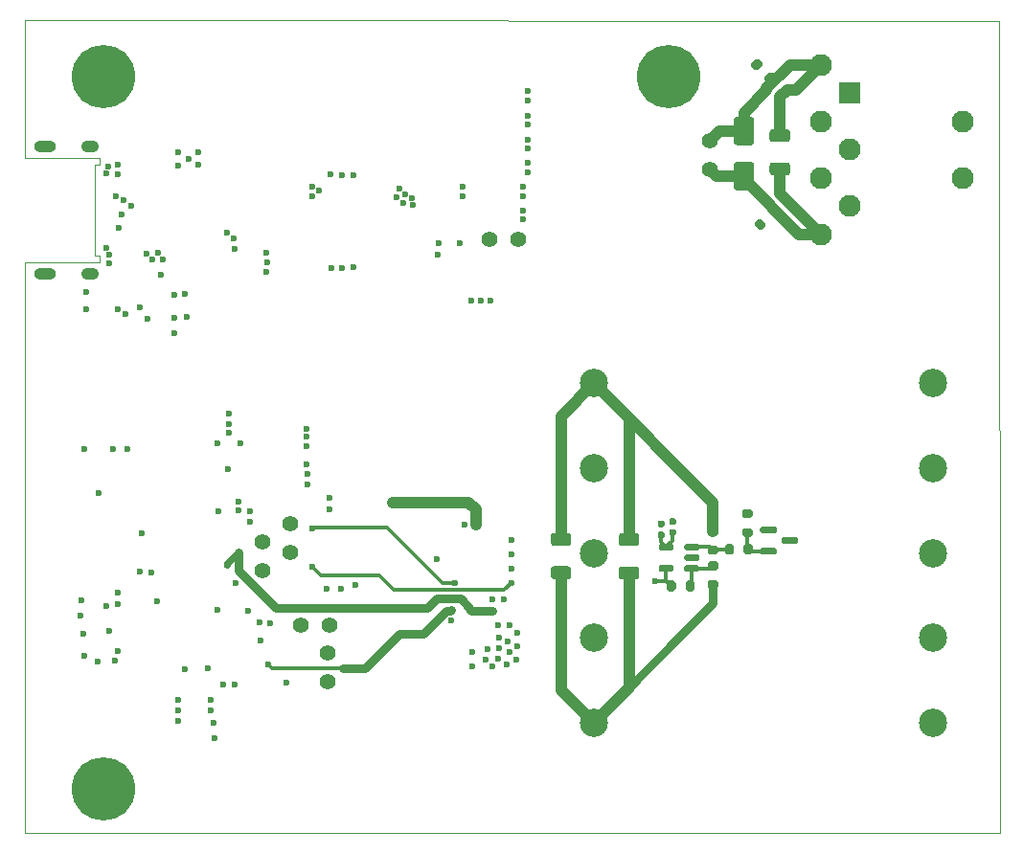
<source format=gbl>
G04 #@! TF.GenerationSoftware,KiCad,Pcbnew,9.0.1+1*
G04 #@! TF.CreationDate,2025-10-07T10:17:34+00:00*
G04 #@! TF.ProjectId,c64psu,63363470-7375-42e6-9b69-6361645f7063,rev?*
G04 #@! TF.SameCoordinates,Original*
G04 #@! TF.FileFunction,Copper,L4,Bot*
G04 #@! TF.FilePolarity,Positive*
%FSLAX46Y46*%
G04 Gerber Fmt 4.6, Leading zero omitted, Abs format (unit mm)*
G04 Created by KiCad (PCBNEW 9.0.1+1) date 2025-10-07 10:17:34*
%MOMM*%
%LPD*%
G01*
G04 APERTURE LIST*
G04 #@! TA.AperFunction,Profile*
%ADD10C,0.050000*%
G04 #@! TD*
G04 #@! TA.AperFunction,ComponentPad*
%ADD11C,2.500000*%
G04 #@! TD*
G04 #@! TA.AperFunction,ComponentPad*
%ADD12C,1.400000*%
G04 #@! TD*
G04 #@! TA.AperFunction,ComponentPad*
%ADD13C,3.600000*%
G04 #@! TD*
G04 #@! TA.AperFunction,ConnectorPad*
%ADD14C,5.600000*%
G04 #@! TD*
G04 #@! TA.AperFunction,ComponentPad*
%ADD15O,1.550000X1.050000*%
G04 #@! TD*
G04 #@! TA.AperFunction,ComponentPad*
%ADD16O,1.950000X1.050000*%
G04 #@! TD*
G04 #@! TA.AperFunction,ComponentPad*
%ADD17C,1.950000*%
G04 #@! TD*
G04 #@! TA.AperFunction,ComponentPad*
%ADD18R,1.950000X1.950000*%
G04 #@! TD*
G04 #@! TA.AperFunction,ViaPad*
%ADD19C,0.600000*%
G04 #@! TD*
G04 #@! TA.AperFunction,Conductor*
%ADD20C,1.000000*%
G04 #@! TD*
G04 #@! TA.AperFunction,Conductor*
%ADD21C,0.300000*%
G04 #@! TD*
G04 #@! TA.AperFunction,Conductor*
%ADD22C,0.800000*%
G04 #@! TD*
G04 #@! TA.AperFunction,Conductor*
%ADD23C,0.600000*%
G04 #@! TD*
G04 #@! TA.AperFunction,Conductor*
%ADD24C,0.400000*%
G04 #@! TD*
G04 APERTURE END LIST*
D10*
X219224551Y-37033468D02*
X219250062Y-108900624D01*
X133100087Y-108875624D01*
X133075074Y-58400000D01*
X139675000Y-58400000D01*
X139675000Y-57800000D01*
X139250000Y-57800000D01*
X139250000Y-49750000D01*
X139700000Y-49750000D01*
X139700000Y-49150000D01*
X133075000Y-49150000D01*
X133075000Y-37008468D01*
X219224551Y-37033468D01*
D11*
X183370000Y-69110000D03*
X183370000Y-76610000D03*
X183370000Y-84110000D03*
X183370000Y-91610000D03*
X183370000Y-99110000D03*
X213370000Y-69110000D03*
X213370000Y-76610000D03*
X213370000Y-84110000D03*
X213370000Y-91610000D03*
X213370000Y-99110000D03*
D12*
X157500000Y-90520000D03*
X160040000Y-90520000D03*
X159870000Y-92960001D03*
X159870000Y-95500001D03*
D13*
X190000000Y-42000000D03*
D14*
X190000000Y-42000000D03*
D12*
X156510000Y-84019999D03*
X156510000Y-81479999D03*
D15*
X138850000Y-48155000D03*
X138850000Y-59395000D03*
D16*
X134850000Y-48155000D03*
X134850000Y-59395000D03*
D12*
X154120000Y-83130000D03*
X154120000Y-85670000D03*
D13*
X140000000Y-105000000D03*
D14*
X140000000Y-105000000D03*
D12*
X174170300Y-56365150D03*
X176710300Y-56365150D03*
D17*
X215980000Y-50940000D03*
X215980000Y-45940000D03*
D18*
X205980000Y-43440000D03*
D17*
X205980000Y-48440000D03*
X205980000Y-53440000D03*
X203480000Y-45940000D03*
X203480000Y-50940000D03*
X203480000Y-40940000D03*
X203480000Y-55940000D03*
D12*
X193598800Y-50170399D03*
X193598800Y-47630399D03*
D13*
X140000000Y-42000000D03*
D14*
X140000000Y-42000000D03*
G04 #@! TA.AperFunction,SMDPad,CuDef*
G36*
G01*
X197296800Y-52036802D02*
X195996800Y-52036802D01*
G75*
G02*
X195746800Y-51786802I0J250000D01*
G01*
X195746800Y-49786802D01*
G75*
G02*
X195996800Y-49536802I250000J0D01*
G01*
X197296800Y-49536802D01*
G75*
G02*
X197546800Y-49786802I0J-250000D01*
G01*
X197546800Y-51786802D01*
G75*
G02*
X197296800Y-52036802I-250000J0D01*
G01*
G37*
G04 #@! TD.AperFunction*
G04 #@! TA.AperFunction,SMDPad,CuDef*
G36*
G01*
X197296800Y-48036800D02*
X195996800Y-48036800D01*
G75*
G02*
X195746800Y-47786800I0J250000D01*
G01*
X195746800Y-45786800D01*
G75*
G02*
X195996800Y-45536800I250000J0D01*
G01*
X197296800Y-45536800D01*
G75*
G02*
X197546800Y-45786800I0J-250000D01*
G01*
X197546800Y-47786800D01*
G75*
G02*
X197296800Y-48036800I-250000J0D01*
G01*
G37*
G04 #@! TD.AperFunction*
G04 #@! TA.AperFunction,SMDPad,CuDef*
G36*
G01*
X193628600Y-84830200D02*
X194178600Y-84830200D01*
G75*
G02*
X194378600Y-85030200I0J-200000D01*
G01*
X194378600Y-85430200D01*
G75*
G02*
X194178600Y-85630200I-200000J0D01*
G01*
X193628600Y-85630200D01*
G75*
G02*
X193428600Y-85430200I0J200000D01*
G01*
X193428600Y-85030200D01*
G75*
G02*
X193628600Y-84830200I200000J0D01*
G01*
G37*
G04 #@! TD.AperFunction*
G04 #@! TA.AperFunction,SMDPad,CuDef*
G36*
G01*
X193628600Y-86480200D02*
X194178600Y-86480200D01*
G75*
G02*
X194378600Y-86680200I0J-200000D01*
G01*
X194378600Y-87080200D01*
G75*
G02*
X194178600Y-87280200I-200000J0D01*
G01*
X193628600Y-87280200D01*
G75*
G02*
X193428600Y-87080200I0J200000D01*
G01*
X193428600Y-86680200D01*
G75*
G02*
X193628600Y-86480200I200000J0D01*
G01*
G37*
G04 #@! TD.AperFunction*
G04 #@! TA.AperFunction,SMDPad,CuDef*
G36*
G01*
X192706400Y-83431201D02*
X192706400Y-83731201D01*
G75*
G02*
X192556400Y-83881201I-150000J0D01*
G01*
X191531400Y-83881201D01*
G75*
G02*
X191381400Y-83731201I0J150000D01*
G01*
X191381400Y-83431201D01*
G75*
G02*
X191531400Y-83281201I150000J0D01*
G01*
X192556400Y-83281201D01*
G75*
G02*
X192706400Y-83431201I0J-150000D01*
G01*
G37*
G04 #@! TD.AperFunction*
G04 #@! TA.AperFunction,SMDPad,CuDef*
G36*
G01*
X192706400Y-84381200D02*
X192706400Y-84681200D01*
G75*
G02*
X192556400Y-84831200I-150000J0D01*
G01*
X191531400Y-84831200D01*
G75*
G02*
X191381400Y-84681200I0J150000D01*
G01*
X191381400Y-84381200D01*
G75*
G02*
X191531400Y-84231200I150000J0D01*
G01*
X192556400Y-84231200D01*
G75*
G02*
X192706400Y-84381200I0J-150000D01*
G01*
G37*
G04 #@! TD.AperFunction*
G04 #@! TA.AperFunction,SMDPad,CuDef*
G36*
G01*
X192706400Y-85331199D02*
X192706400Y-85631199D01*
G75*
G02*
X192556400Y-85781199I-150000J0D01*
G01*
X191531400Y-85781199D01*
G75*
G02*
X191381400Y-85631199I0J150000D01*
G01*
X191381400Y-85331199D01*
G75*
G02*
X191531400Y-85181199I150000J0D01*
G01*
X192556400Y-85181199D01*
G75*
G02*
X192706400Y-85331199I0J-150000D01*
G01*
G37*
G04 #@! TD.AperFunction*
G04 #@! TA.AperFunction,SMDPad,CuDef*
G36*
G01*
X190431400Y-85331199D02*
X190431400Y-85631199D01*
G75*
G02*
X190281400Y-85781199I-150000J0D01*
G01*
X189256400Y-85781199D01*
G75*
G02*
X189106400Y-85631199I0J150000D01*
G01*
X189106400Y-85331199D01*
G75*
G02*
X189256400Y-85181199I150000J0D01*
G01*
X190281400Y-85181199D01*
G75*
G02*
X190431400Y-85331199I0J-150000D01*
G01*
G37*
G04 #@! TD.AperFunction*
G04 #@! TA.AperFunction,SMDPad,CuDef*
G36*
G01*
X190431400Y-83431201D02*
X190431400Y-83731201D01*
G75*
G02*
X190281400Y-83881201I-150000J0D01*
G01*
X189256400Y-83881201D01*
G75*
G02*
X189106400Y-83731201I0J150000D01*
G01*
X189106400Y-83431201D01*
G75*
G02*
X189256400Y-83281201I150000J0D01*
G01*
X190281400Y-83281201D01*
G75*
G02*
X190431400Y-83431201I0J-150000D01*
G01*
G37*
G04 #@! TD.AperFunction*
G04 #@! TA.AperFunction,SMDPad,CuDef*
G36*
G01*
X179830000Y-82329999D02*
X181130000Y-82329999D01*
G75*
G02*
X181380000Y-82579999I0J-250000D01*
G01*
X181380000Y-83229999D01*
G75*
G02*
X181130000Y-83479999I-250000J0D01*
G01*
X179830000Y-83479999D01*
G75*
G02*
X179580000Y-83229999I0J250000D01*
G01*
X179580000Y-82579999D01*
G75*
G02*
X179830000Y-82329999I250000J0D01*
G01*
G37*
G04 #@! TD.AperFunction*
G04 #@! TA.AperFunction,SMDPad,CuDef*
G36*
G01*
X179830000Y-85280001D02*
X181130000Y-85280001D01*
G75*
G02*
X181380000Y-85530001I0J-250000D01*
G01*
X181380000Y-86180001D01*
G75*
G02*
X181130000Y-86430001I-250000J0D01*
G01*
X179830000Y-86430001D01*
G75*
G02*
X179580000Y-86180001I0J250000D01*
G01*
X179580000Y-85530001D01*
G75*
G02*
X179830000Y-85280001I250000J0D01*
G01*
G37*
G04 #@! TD.AperFunction*
G04 #@! TA.AperFunction,SMDPad,CuDef*
G36*
G01*
X192283800Y-86745400D02*
X192283800Y-87295400D01*
G75*
G02*
X192083800Y-87495400I-200000J0D01*
G01*
X191683800Y-87495400D01*
G75*
G02*
X191483800Y-87295400I0J200000D01*
G01*
X191483800Y-86745400D01*
G75*
G02*
X191683800Y-86545400I200000J0D01*
G01*
X192083800Y-86545400D01*
G75*
G02*
X192283800Y-86745400I0J-200000D01*
G01*
G37*
G04 #@! TD.AperFunction*
G04 #@! TA.AperFunction,SMDPad,CuDef*
G36*
G01*
X190633800Y-86745400D02*
X190633800Y-87295400D01*
G75*
G02*
X190433800Y-87495400I-200000J0D01*
G01*
X190033800Y-87495400D01*
G75*
G02*
X189833800Y-87295400I0J200000D01*
G01*
X189833800Y-86745400D01*
G75*
G02*
X190033800Y-86545400I200000J0D01*
G01*
X190433800Y-86545400D01*
G75*
G02*
X190633800Y-86745400I0J-200000D01*
G01*
G37*
G04 #@! TD.AperFunction*
G04 #@! TA.AperFunction,SMDPad,CuDef*
G36*
G01*
X197226600Y-82696000D02*
X196676600Y-82696000D01*
G75*
G02*
X196476600Y-82496000I0J200000D01*
G01*
X196476600Y-82096000D01*
G75*
G02*
X196676600Y-81896000I200000J0D01*
G01*
X197226600Y-81896000D01*
G75*
G02*
X197426600Y-82096000I0J-200000D01*
G01*
X197426600Y-82496000D01*
G75*
G02*
X197226600Y-82696000I-200000J0D01*
G01*
G37*
G04 #@! TD.AperFunction*
G04 #@! TA.AperFunction,SMDPad,CuDef*
G36*
G01*
X197226600Y-81046000D02*
X196676600Y-81046000D01*
G75*
G02*
X196476600Y-80846000I0J200000D01*
G01*
X196476600Y-80446000D01*
G75*
G02*
X196676600Y-80246000I200000J0D01*
G01*
X197226600Y-80246000D01*
G75*
G02*
X197426600Y-80446000I0J-200000D01*
G01*
X197426600Y-80846000D01*
G75*
G02*
X197226600Y-81046000I-200000J0D01*
G01*
G37*
G04 #@! TD.AperFunction*
G04 #@! TA.AperFunction,SMDPad,CuDef*
G36*
G01*
X199350551Y-53396940D02*
X199739460Y-53785849D01*
G75*
G02*
X199739460Y-54068691I-141421J-141421D01*
G01*
X199456617Y-54351534D01*
G75*
G02*
X199173775Y-54351534I-141421J141421D01*
G01*
X198784866Y-53962625D01*
G75*
G02*
X198784866Y-53679783I141421J141421D01*
G01*
X199067709Y-53396940D01*
G75*
G02*
X199350551Y-53396940I141421J-141421D01*
G01*
G37*
G04 #@! TD.AperFunction*
G04 #@! TA.AperFunction,SMDPad,CuDef*
G36*
G01*
X198183825Y-54563666D02*
X198572734Y-54952575D01*
G75*
G02*
X198572734Y-55235417I-141421J-141421D01*
G01*
X198289891Y-55518260D01*
G75*
G02*
X198007049Y-55518260I-141421J141421D01*
G01*
X197618140Y-55129351D01*
G75*
G02*
X197618140Y-54846509I141421J141421D01*
G01*
X197900983Y-54563666D01*
G75*
G02*
X198183825Y-54563666I141421J-141421D01*
G01*
G37*
G04 #@! TD.AperFunction*
G04 #@! TA.AperFunction,SMDPad,CuDef*
G36*
G01*
X199170000Y-46619999D02*
X200470000Y-46619999D01*
G75*
G02*
X200720000Y-46869999I0J-250000D01*
G01*
X200720000Y-47519999D01*
G75*
G02*
X200470000Y-47769999I-250000J0D01*
G01*
X199170000Y-47769999D01*
G75*
G02*
X198920000Y-47519999I0J250000D01*
G01*
X198920000Y-46869999D01*
G75*
G02*
X199170000Y-46619999I250000J0D01*
G01*
G37*
G04 #@! TD.AperFunction*
G04 #@! TA.AperFunction,SMDPad,CuDef*
G36*
G01*
X199170000Y-49570001D02*
X200470000Y-49570001D01*
G75*
G02*
X200720000Y-49820001I0J-250000D01*
G01*
X200720000Y-50470001D01*
G75*
G02*
X200470000Y-50720001I-250000J0D01*
G01*
X199170000Y-50720001D01*
G75*
G02*
X198920000Y-50470001I0J250000D01*
G01*
X198920000Y-49820001D01*
G75*
G02*
X199170000Y-49570001I250000J0D01*
G01*
G37*
G04 #@! TD.AperFunction*
G04 #@! TA.AperFunction,SMDPad,CuDef*
G36*
G01*
X194964600Y-84044200D02*
X194964600Y-83494200D01*
G75*
G02*
X195164600Y-83294200I200000J0D01*
G01*
X195564600Y-83294200D01*
G75*
G02*
X195764600Y-83494200I0J-200000D01*
G01*
X195764600Y-84044200D01*
G75*
G02*
X195564600Y-84244200I-200000J0D01*
G01*
X195164600Y-84244200D01*
G75*
G02*
X194964600Y-84044200I0J200000D01*
G01*
G37*
G04 #@! TD.AperFunction*
G04 #@! TA.AperFunction,SMDPad,CuDef*
G36*
G01*
X196614600Y-84044200D02*
X196614600Y-83494200D01*
G75*
G02*
X196814600Y-83294200I200000J0D01*
G01*
X197214600Y-83294200D01*
G75*
G02*
X197414600Y-83494200I0J-200000D01*
G01*
X197414600Y-84044200D01*
G75*
G02*
X197214600Y-84244200I-200000J0D01*
G01*
X196814600Y-84244200D01*
G75*
G02*
X196614600Y-84044200I0J200000D01*
G01*
G37*
G04 #@! TD.AperFunction*
G04 #@! TA.AperFunction,SMDPad,CuDef*
G36*
G01*
X189161600Y-81259200D02*
X189501600Y-81259200D01*
G75*
G02*
X189641600Y-81399200I0J-140000D01*
G01*
X189641600Y-81679200D01*
G75*
G02*
X189501600Y-81819200I-140000J0D01*
G01*
X189161600Y-81819200D01*
G75*
G02*
X189021600Y-81679200I0J140000D01*
G01*
X189021600Y-81399200D01*
G75*
G02*
X189161600Y-81259200I140000J0D01*
G01*
G37*
G04 #@! TD.AperFunction*
G04 #@! TA.AperFunction,SMDPad,CuDef*
G36*
G01*
X189161600Y-82219200D02*
X189501600Y-82219200D01*
G75*
G02*
X189641600Y-82359200I0J-140000D01*
G01*
X189641600Y-82639200D01*
G75*
G02*
X189501600Y-82779200I-140000J0D01*
G01*
X189161600Y-82779200D01*
G75*
G02*
X189021600Y-82639200I0J140000D01*
G01*
X189021600Y-82359200D01*
G75*
G02*
X189161600Y-82219200I140000J0D01*
G01*
G37*
G04 #@! TD.AperFunction*
G04 #@! TA.AperFunction,SMDPad,CuDef*
G36*
G01*
X198070600Y-84107200D02*
X198070600Y-83807200D01*
G75*
G02*
X198220600Y-83657200I150000J0D01*
G01*
X199395600Y-83657200D01*
G75*
G02*
X199545600Y-83807200I0J-150000D01*
G01*
X199545600Y-84107200D01*
G75*
G02*
X199395600Y-84257200I-150000J0D01*
G01*
X198220600Y-84257200D01*
G75*
G02*
X198070600Y-84107200I0J150000D01*
G01*
G37*
G04 #@! TD.AperFunction*
G04 #@! TA.AperFunction,SMDPad,CuDef*
G36*
G01*
X198070600Y-82207200D02*
X198070600Y-81907200D01*
G75*
G02*
X198220600Y-81757200I150000J0D01*
G01*
X199395600Y-81757200D01*
G75*
G02*
X199545600Y-81907200I0J-150000D01*
G01*
X199545600Y-82207200D01*
G75*
G02*
X199395600Y-82357200I-150000J0D01*
G01*
X198220600Y-82357200D01*
G75*
G02*
X198070600Y-82207200I0J150000D01*
G01*
G37*
G04 #@! TD.AperFunction*
G04 #@! TA.AperFunction,SMDPad,CuDef*
G36*
G01*
X199945601Y-83157200D02*
X199945601Y-82857200D01*
G75*
G02*
X200095601Y-82707200I150000J0D01*
G01*
X201270601Y-82707200D01*
G75*
G02*
X201420601Y-82857200I0J-150000D01*
G01*
X201420601Y-83157200D01*
G75*
G02*
X201270601Y-83307200I-150000J0D01*
G01*
X200095601Y-83307200D01*
G75*
G02*
X199945601Y-83157200I0J150000D01*
G01*
G37*
G04 #@! TD.AperFunction*
G04 #@! TA.AperFunction,SMDPad,CuDef*
G36*
G01*
X185840000Y-82349999D02*
X187140000Y-82349999D01*
G75*
G02*
X187390000Y-82599999I0J-250000D01*
G01*
X187390000Y-83249999D01*
G75*
G02*
X187140000Y-83499999I-250000J0D01*
G01*
X185840000Y-83499999D01*
G75*
G02*
X185590000Y-83249999I0J250000D01*
G01*
X185590000Y-82599999D01*
G75*
G02*
X185840000Y-82349999I250000J0D01*
G01*
G37*
G04 #@! TD.AperFunction*
G04 #@! TA.AperFunction,SMDPad,CuDef*
G36*
G01*
X185840000Y-85300001D02*
X187140000Y-85300001D01*
G75*
G02*
X187390000Y-85550001I0J-250000D01*
G01*
X187390000Y-86200001D01*
G75*
G02*
X187140000Y-86450001I-250000J0D01*
G01*
X185840000Y-86450001D01*
G75*
G02*
X185590000Y-86200001I0J250000D01*
G01*
X185590000Y-85550001D01*
G75*
G02*
X185840000Y-85300001I250000J0D01*
G01*
G37*
G04 #@! TD.AperFunction*
G04 #@! TA.AperFunction,SMDPad,CuDef*
G36*
G01*
X190517600Y-82548000D02*
X190177600Y-82548000D01*
G75*
G02*
X190037600Y-82408000I0J140000D01*
G01*
X190037600Y-82128000D01*
G75*
G02*
X190177600Y-81988000I140000J0D01*
G01*
X190517600Y-81988000D01*
G75*
G02*
X190657600Y-82128000I0J-140000D01*
G01*
X190657600Y-82408000D01*
G75*
G02*
X190517600Y-82548000I-140000J0D01*
G01*
G37*
G04 #@! TD.AperFunction*
G04 #@! TA.AperFunction,SMDPad,CuDef*
G36*
G01*
X190517600Y-81588000D02*
X190177600Y-81588000D01*
G75*
G02*
X190037600Y-81448000I0J140000D01*
G01*
X190037600Y-81168000D01*
G75*
G02*
X190177600Y-81028000I140000J0D01*
G01*
X190517600Y-81028000D01*
G75*
G02*
X190657600Y-81168000I0J-140000D01*
G01*
X190657600Y-81448000D01*
G75*
G02*
X190517600Y-81588000I-140000J0D01*
G01*
G37*
G04 #@! TD.AperFunction*
G04 #@! TA.AperFunction,SMDPad,CuDef*
G36*
G01*
X197313340Y-40831849D02*
X197702249Y-40442940D01*
G75*
G02*
X197985091Y-40442940I141421J-141421D01*
G01*
X198267934Y-40725783D01*
G75*
G02*
X198267934Y-41008625I-141421J-141421D01*
G01*
X197879025Y-41397534D01*
G75*
G02*
X197596183Y-41397534I-141421J141421D01*
G01*
X197313340Y-41114691D01*
G75*
G02*
X197313340Y-40831849I141421J141421D01*
G01*
G37*
G04 #@! TD.AperFunction*
G04 #@! TA.AperFunction,SMDPad,CuDef*
G36*
G01*
X198480066Y-41998575D02*
X198868975Y-41609666D01*
G75*
G02*
X199151817Y-41609666I141421J-141421D01*
G01*
X199434660Y-41892509D01*
G75*
G02*
X199434660Y-42175351I-141421J-141421D01*
G01*
X199045751Y-42564260D01*
G75*
G02*
X198762909Y-42564260I-141421J141421D01*
G01*
X198480066Y-42281417D01*
G75*
G02*
X198480066Y-41998575I141421J141421D01*
G01*
G37*
G04 #@! TD.AperFunction*
G04 #@! TA.AperFunction,SMDPad,CuDef*
G36*
G01*
X194178600Y-84232200D02*
X193628600Y-84232200D01*
G75*
G02*
X193428600Y-84032200I0J200000D01*
G01*
X193428600Y-83632200D01*
G75*
G02*
X193628600Y-83432200I200000J0D01*
G01*
X194178600Y-83432200D01*
G75*
G02*
X194378600Y-83632200I0J-200000D01*
G01*
X194378600Y-84032200D01*
G75*
G02*
X194178600Y-84232200I-200000J0D01*
G01*
G37*
G04 #@! TD.AperFunction*
G04 #@! TA.AperFunction,SMDPad,CuDef*
G36*
G01*
X194178600Y-82582200D02*
X193628600Y-82582200D01*
G75*
G02*
X193428600Y-82382200I0J200000D01*
G01*
X193428600Y-81982200D01*
G75*
G02*
X193628600Y-81782200I200000J0D01*
G01*
X194178600Y-81782200D01*
G75*
G02*
X194378600Y-81982200I0J-200000D01*
G01*
X194378600Y-82382200D01*
G75*
G02*
X194178600Y-82582200I-200000J0D01*
G01*
G37*
G04 #@! TD.AperFunction*
D19*
X177535865Y-48329416D03*
X158035465Y-78041544D03*
X147232327Y-61231221D03*
X147367023Y-63241024D03*
X151605000Y-95741000D03*
X154433265Y-59249852D03*
X175390000Y-88210000D03*
X141333500Y-50573950D03*
X146631130Y-48684508D03*
X151064199Y-76720200D03*
X140331850Y-57091395D03*
X173980000Y-92610000D03*
X148432067Y-48691598D03*
X177119813Y-54592482D03*
X157983504Y-74683571D03*
X174990000Y-92530000D03*
X138527300Y-61038750D03*
X150084899Y-74380500D03*
X151683800Y-86777400D03*
X154440694Y-57570786D03*
X189331600Y-81539200D03*
X174950000Y-90530000D03*
X145282548Y-58147437D03*
X177104954Y-53790096D03*
X177104954Y-51739555D03*
X149522200Y-98027000D03*
X198095437Y-55040963D03*
X160020000Y-79260000D03*
X169460400Y-84665999D03*
X174960000Y-93480000D03*
X138323400Y-93201000D03*
X147531100Y-49253150D03*
X138522300Y-62548750D03*
X144836226Y-57520465D03*
X141333500Y-49761150D03*
X177127243Y-52556800D03*
X140307085Y-50562617D03*
X143818100Y-57662976D03*
X149245400Y-94318600D03*
X166682700Y-52402750D03*
X146654600Y-97061800D03*
X154474999Y-58375000D03*
X138120200Y-88324200D03*
X160157760Y-58870423D03*
X138034789Y-89679611D03*
X146673671Y-49826047D03*
X172610000Y-94090000D03*
X141320600Y-87641000D03*
X169601100Y-57736750D03*
X141320600Y-92794600D03*
X153003299Y-80397700D03*
X175700000Y-93970000D03*
X176101001Y-84190000D03*
X160010000Y-80230000D03*
X146659800Y-98027000D03*
X145102500Y-59510000D03*
X167363100Y-53332350D03*
X177543295Y-44094603D03*
X144775000Y-88375000D03*
X197790637Y-40920237D03*
X147264200Y-94420200D03*
X175960000Y-90460000D03*
X140304600Y-88781400D03*
X176610000Y-92320000D03*
X144395672Y-58112274D03*
X140863400Y-74944200D03*
X146310724Y-63283560D03*
X177550724Y-46204580D03*
X158022475Y-76261883D03*
X140579500Y-58488140D03*
X146324903Y-61263122D03*
X160074001Y-50619797D03*
X148417887Y-49804776D03*
X170742500Y-90090001D03*
X162094824Y-50679232D03*
X157994999Y-73840000D03*
X146287500Y-64656750D03*
X177550724Y-50424534D03*
X158034999Y-77120000D03*
X165971500Y-52605950D03*
X140503893Y-90994456D03*
X161094700Y-50724549D03*
X176570000Y-93540000D03*
X192043900Y-84531200D03*
X143228200Y-85733400D03*
X171750508Y-52544481D03*
X174410000Y-88230000D03*
X177543295Y-45454201D03*
X146652601Y-98992200D03*
X153026099Y-81362900D03*
X190347600Y-81308000D03*
X141066600Y-93658200D03*
X139542600Y-93743611D03*
X140569594Y-57765003D03*
X161150000Y-58875000D03*
X161030000Y-87260000D03*
X138323400Y-74944200D03*
X171559500Y-56722749D03*
X149522200Y-97061800D03*
X174420000Y-94130000D03*
X162175539Y-58862446D03*
X171770320Y-51742096D03*
X177528436Y-43284788D03*
X176650000Y-91200000D03*
X167292300Y-52758350D03*
X173830000Y-93520000D03*
X150214499Y-80397700D03*
X177528436Y-47541890D03*
X166530300Y-53113950D03*
X166174700Y-51894750D03*
X174990000Y-91550000D03*
X172632500Y-92840000D03*
X138276507Y-91241944D03*
X142133400Y-74944200D03*
X177550724Y-49607290D03*
X157996495Y-73098764D03*
X152116899Y-74403300D03*
X150120848Y-89122200D03*
X175790000Y-91900000D03*
X169631099Y-56669949D03*
X140498762Y-49899690D03*
X171950000Y-81560000D03*
X198808100Y-82057200D03*
X175900000Y-92890000D03*
X172910000Y-81560000D03*
X165630000Y-79620000D03*
X151125000Y-72700000D03*
X190347600Y-82268000D03*
X174250000Y-61750000D03*
X151156092Y-71816415D03*
X189331600Y-82499200D03*
X173375000Y-61750000D03*
X172575000Y-61750000D03*
X151125000Y-73500000D03*
X152014000Y-84082400D03*
X150617000Y-95741000D03*
X152014198Y-79550000D03*
X149855000Y-100516200D03*
X151429800Y-84666600D03*
X196951600Y-80646000D03*
X149753400Y-99144600D03*
X141320600Y-88601000D03*
X152014198Y-80340000D03*
X150921800Y-85174600D03*
X144260200Y-85835000D03*
X174410000Y-89190000D03*
X141607500Y-54138750D03*
X141972586Y-62987169D03*
X141822754Y-52912510D03*
X143924300Y-63375550D03*
X142458534Y-53398090D03*
X141127500Y-52516750D03*
X143213100Y-62421750D03*
X141367500Y-55349750D03*
X141289958Y-62570008D03*
X139593400Y-78844200D03*
X143454200Y-82329800D03*
X151540302Y-56263550D03*
X159130000Y-52010000D03*
X158535728Y-52532220D03*
X158460000Y-51740000D03*
X151595100Y-57228750D03*
X150934700Y-55755550D03*
X176101001Y-85460000D03*
X153870000Y-90250000D03*
X152840000Y-89250000D03*
X176101001Y-82920000D03*
X154810000Y-90350000D03*
X162300000Y-86920000D03*
X153960000Y-91830000D03*
X159760000Y-87260000D03*
X156230000Y-95590000D03*
X188772800Y-86614000D03*
X158460000Y-85330000D03*
X176101001Y-86730000D03*
X158490000Y-81970000D03*
X171151001Y-86730000D03*
X154620000Y-93930000D03*
X170742500Y-89140002D03*
D20*
X172951000Y-80281000D02*
X172951000Y-81560000D01*
X172290000Y-79620000D02*
X172951000Y-80281000D01*
X165630000Y-79620000D02*
X172290000Y-79620000D01*
D21*
X189331600Y-82499200D02*
X189331600Y-83143901D01*
X189331600Y-83143901D02*
X189768900Y-83581201D01*
X190347600Y-83002501D02*
X189768900Y-83581201D01*
X190347600Y-82268000D02*
X190347600Y-83002501D01*
D20*
X180480000Y-96220000D02*
X183370000Y-99110000D01*
D22*
X193903600Y-86880200D02*
X193903600Y-88576400D01*
D20*
X180480000Y-85855001D02*
X180480000Y-96220000D01*
X186490000Y-95990000D02*
X183370000Y-99110000D01*
D22*
X193903600Y-88576400D02*
X183370000Y-99110000D01*
D20*
X186490000Y-85875001D02*
X186490000Y-95990000D01*
X193903600Y-79643600D02*
X193903600Y-82182200D01*
X183370000Y-69110000D02*
X186490000Y-72230000D01*
X186490000Y-72230000D02*
X186490000Y-82924999D01*
X183370000Y-69110000D02*
X193903600Y-79643600D01*
X180480000Y-72000000D02*
X180480000Y-82904999D01*
X183370000Y-69110000D02*
X180480000Y-72000000D01*
X196646800Y-51054000D02*
X201532800Y-55940000D01*
X199820000Y-50145001D02*
X199820000Y-52280000D01*
X196646800Y-50786802D02*
X194215203Y-50786802D01*
X201532800Y-55940000D02*
X203480000Y-55940000D01*
X194215203Y-50786802D02*
X193598800Y-50170399D01*
X196646800Y-50786802D02*
X196646800Y-51054000D01*
X199820000Y-52280000D02*
X203480000Y-55940000D01*
X194442399Y-46786800D02*
X193598800Y-47630399D01*
X199820000Y-47194999D02*
X199820000Y-43780000D01*
X201280000Y-43140000D02*
X203480000Y-40940000D01*
X200460000Y-43140000D02*
X201280000Y-43140000D01*
X199820000Y-43780000D02*
X200460000Y-43140000D01*
X196646800Y-46786800D02*
X194442399Y-46786800D01*
X196646800Y-46786800D02*
X196646800Y-45161200D01*
X198668000Y-43140000D02*
X198668000Y-42987600D01*
X196646800Y-45161200D02*
X198668000Y-43140000D01*
X198668000Y-42987600D02*
X200715600Y-40940000D01*
X200715600Y-40940000D02*
X203480000Y-40940000D01*
D22*
X152014000Y-85704000D02*
X152014000Y-84082400D01*
X168680000Y-88930000D02*
X155240000Y-88930000D01*
X155240000Y-88930000D02*
X152014000Y-85704000D01*
X172380000Y-89050000D02*
X172380000Y-88930000D01*
D23*
X150921800Y-84976499D02*
X150921800Y-85174600D01*
X151785661Y-84112638D02*
X150921800Y-84976499D01*
D24*
X152014000Y-84082400D02*
X150921800Y-85174600D01*
D22*
X172380000Y-88930000D02*
X171589002Y-88139002D01*
X169470998Y-88139002D02*
X168680000Y-88930000D01*
X171589002Y-88139002D02*
X169470998Y-88139002D01*
X174410000Y-89190000D02*
X172520000Y-89190000D01*
X172520000Y-89190000D02*
X172380000Y-89050000D01*
D21*
X193652601Y-83581201D02*
X193903600Y-83832200D01*
X192043900Y-83581201D02*
X193652601Y-83581201D01*
X193966600Y-83769200D02*
X193903600Y-83832200D01*
X195364600Y-83769200D02*
X193966600Y-83769200D01*
X192043900Y-86860300D02*
X191883800Y-87020400D01*
X192043900Y-85481199D02*
X193652601Y-85481199D01*
X192043900Y-85481199D02*
X192043900Y-86860300D01*
X193652601Y-85481199D02*
X193903600Y-85230200D01*
X196951600Y-82296000D02*
X196951600Y-83706200D01*
X197202600Y-83957200D02*
X197014600Y-83769200D01*
X198808100Y-83957200D02*
X197202600Y-83957200D01*
X196951600Y-83706200D02*
X197014600Y-83769200D01*
X188831300Y-86555500D02*
X188772800Y-86614000D01*
X189768900Y-85481199D02*
X189768900Y-86555500D01*
X189768900Y-86555500D02*
X190233800Y-87020400D01*
X189768900Y-86555500D02*
X188831300Y-86555500D01*
X164980000Y-86640000D02*
X164460000Y-86120000D01*
X164460000Y-86120000D02*
X160080000Y-86120000D01*
X165721000Y-87381000D02*
X164980000Y-86640000D01*
X175450001Y-87381000D02*
X165721000Y-87381000D01*
X160080000Y-86120000D02*
X159250000Y-86120000D01*
X159250000Y-86120000D02*
X158460000Y-85330000D01*
X176101001Y-86730000D02*
X175450001Y-87381000D01*
X171151001Y-86730000D02*
X169970000Y-86730000D01*
X165060000Y-81820000D02*
X158640000Y-81820000D01*
X158640000Y-81820000D02*
X158490000Y-81970000D01*
X169970000Y-86730000D02*
X165060000Y-81820000D01*
D22*
X163150000Y-94290000D02*
X166190000Y-91250000D01*
X168308294Y-91250000D02*
X170369293Y-89189001D01*
X170369293Y-89189001D02*
X170693501Y-89189001D01*
D21*
X154980000Y-94290000D02*
X154620000Y-93930000D01*
D22*
X161200000Y-94290000D02*
X163150000Y-94290000D01*
X170693501Y-89189001D02*
X170742500Y-89140002D01*
X166190000Y-91250000D02*
X168308294Y-91250000D01*
D21*
X161200000Y-94290000D02*
X154980000Y-94290000D01*
M02*

</source>
